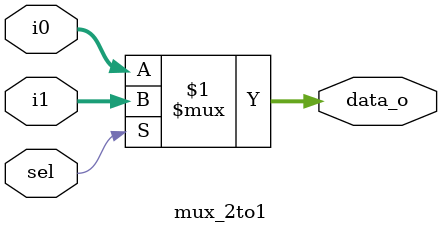
<source format=v>
/* Módulo que representa um multiplexador parametrizáel de 2 entradas de "Size" bits */
module mux_2to1 #(
    parameter Size = 64 
) (
  input sel, // entrada que seleciona qual das duas entradas deve passar para a saída
  input [Size - 1:0] i0, i1, // valores de entrada
  output [Size - 1:0] data_o // valores de saída
);
  // sel = 1 -> saída = i1
  // sel = 0 -> saída = i0
  assign data_o = sel ? i1 : i0;

endmodule
</source>
